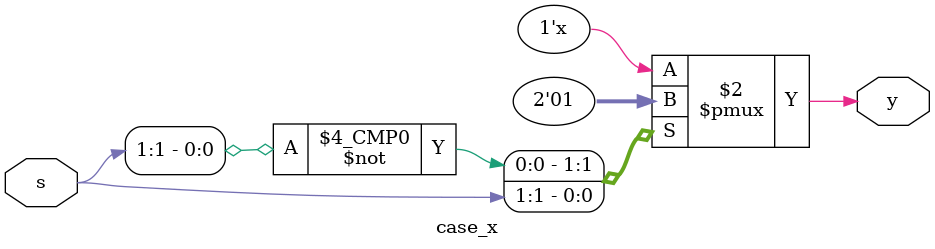
<source format=v>
module case_x(
input [1:0]s,
output reg y);
always@(*)begin
casex(s)
2'b0?:y=0;
2'b1?:y=1;
default:y=0;
endcase
end
endmodule

</source>
